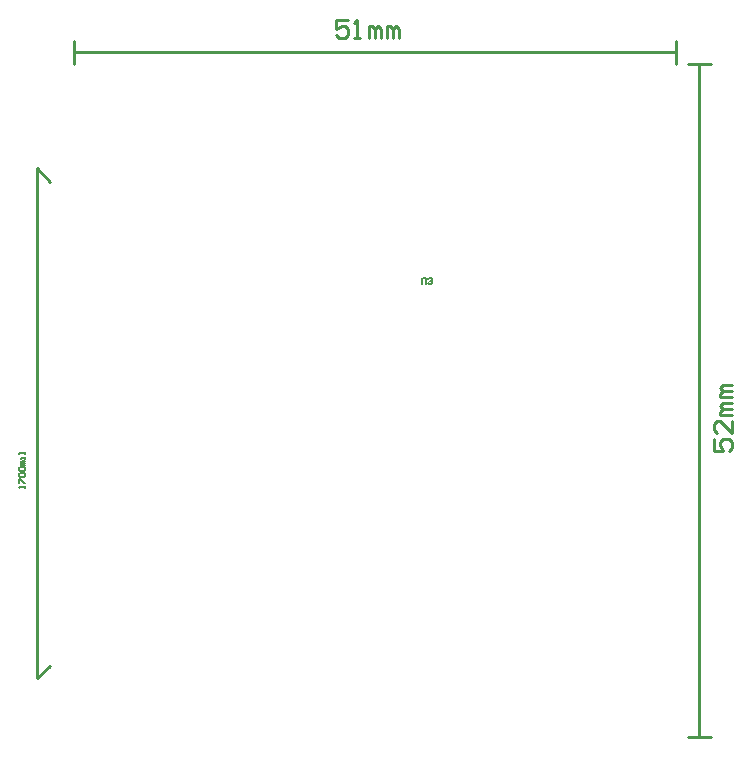
<source format=gm1>
%FSTAX23Y23*%
%MOIN*%
%SFA1B1*%

%IPPOS*%
%ADD14C,0.010000*%
%ADD16C,0.005000*%
%LNmain-1*%
%LPD*%
G54D14*
X02952Y03188D02*
X02992D01*
X02952Y00944D02*
Y03188D01*
X02913D02*
X02952D01*
X02913Y00944D02*
X02992D01*
X02874Y03188D02*
Y03267D01*
X00866Y03228D02*
X02874D01*
X00866Y03188D02*
Y03267D01*
X00743Y01142D02*
X00787Y01181D01*
X00743Y02842D02*
X00787Y02795D01*
X00743Y01142D02*
Y02842D01*
X03Y01939D02*
Y01899D01*
X0303*
X0302Y01919*
Y01929*
X0303Y01939*
X0305*
X0306Y01929*
Y01909*
X0305Y01899*
X0306Y01999D02*
Y01959D01*
X0302Y01999*
X0301*
X03Y01989*
Y01969*
X0301Y01959*
X0306Y02019D02*
X0302D01*
Y02029*
X0303Y02039*
X0306*
X0303*
X0302Y02049*
X0303Y02059*
X0306*
Y02079D02*
X0302D01*
Y02089*
X0303Y02099*
X0306*
X0303*
X0302Y02109*
X0303Y02119*
X0306*
X01782Y03337D02*
X01742D01*
Y03307*
X01762Y03317*
X01772*
X01782Y03307*
Y03287*
X01772Y03277*
X01752*
X01742Y03287*
X01802Y03277D02*
X01822D01*
X01812*
Y03337*
X01802Y03327*
X01852Y03277D02*
Y03317D01*
X01862*
X01872Y03307*
Y03277*
Y03307*
X01882Y03317*
X01892Y03307*
Y03277*
X01912D02*
Y03317D01*
X01922*
X01932Y03307*
Y03277*
Y03307*
X01942Y03317*
X01952Y03307*
Y03277*
G54D16*
X02027Y02456D02*
Y02472D01*
X0203Y02476*
X02036*
X0204Y02472*
Y02456*
X02046Y02459D02*
X0205Y02456D01*
X02056*
X0206Y02459*
Y02462*
X02056Y02466*
X02053*
X02056*
X0206Y02469*
Y02472*
X02056Y02476*
X0205*
X02046Y02472*
X00703Y01776D02*
Y01783D01*
Y01779*
X00683*
X00687Y01776*
X00683Y01793D02*
Y01806D01*
X00687*
X007Y01793*
X00703*
X00687Y01813D02*
X00683Y01816D01*
Y01823*
X00687Y01826*
X007*
X00703Y01823*
Y01816*
X007Y01813*
X00687*
Y01833D02*
X00683Y01836D01*
Y01843*
X00687Y01846*
X007*
X00703Y01843*
Y01836*
X007Y01833*
X00687*
X00703Y01853D02*
X0069D01*
Y01856*
X00693Y01859*
X00703*
X00693*
X0069Y01863*
X00693Y01866*
X00703*
Y01873D02*
Y01879D01*
Y01876*
X0069*
Y01873*
X00703Y01889D02*
Y01896D01*
Y01893*
X00683*
Y01889*
M02*
</source>
